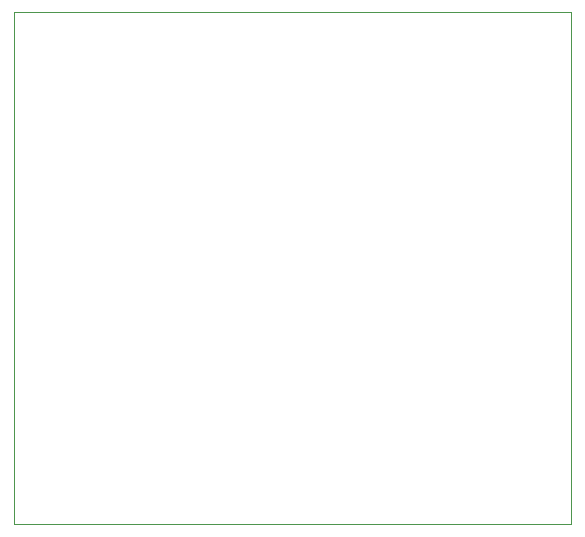
<source format=gbr>
G04 #@! TF.GenerationSoftware,KiCad,Pcbnew,9.0.6*
G04 #@! TF.CreationDate,2025-12-29T13:59:20+01:00*
G04 #@! TF.ProjectId,Lars-10W-RGBW-V1,4c617273-2d31-4305-972d-524742572d56,rev?*
G04 #@! TF.SameCoordinates,Original*
G04 #@! TF.FileFunction,Profile,NP*
%FSLAX46Y46*%
G04 Gerber Fmt 4.6, Leading zero omitted, Abs format (unit mm)*
G04 Created by KiCad (PCBNEW 9.0.6) date 2025-12-29 13:59:20*
%MOMM*%
%LPD*%
G01*
G04 APERTURE LIST*
G04 #@! TA.AperFunction,Profile*
%ADD10C,0.050000*%
G04 #@! TD*
G04 APERTURE END LIST*
D10*
X105100000Y-38500000D02*
X152200000Y-38500000D01*
X152200000Y-81800000D01*
X105100000Y-81800000D01*
X105100000Y-38500000D01*
M02*

</source>
